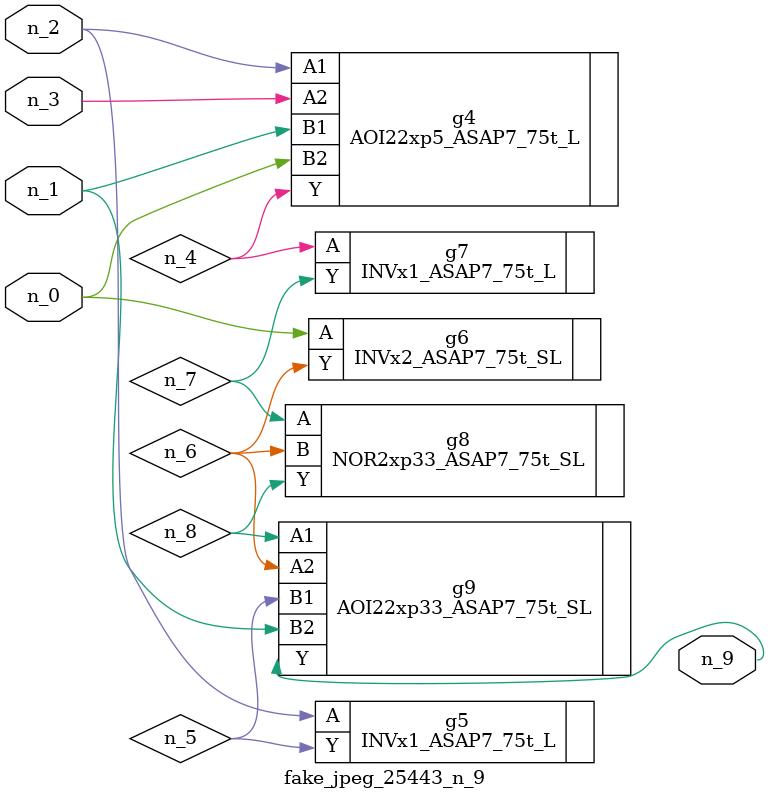
<source format=v>
module fake_jpeg_25443_n_9 (n_0, n_3, n_2, n_1, n_9);

input n_0;
input n_3;
input n_2;
input n_1;

output n_9;

wire n_4;
wire n_8;
wire n_6;
wire n_5;
wire n_7;

AOI22xp5_ASAP7_75t_L g4 ( 
.A1(n_2),
.A2(n_3),
.B1(n_1),
.B2(n_0),
.Y(n_4)
);

INVx1_ASAP7_75t_L g5 ( 
.A(n_2),
.Y(n_5)
);

INVx2_ASAP7_75t_SL g6 ( 
.A(n_0),
.Y(n_6)
);

INVx1_ASAP7_75t_L g7 ( 
.A(n_4),
.Y(n_7)
);

NOR2xp33_ASAP7_75t_SL g8 ( 
.A(n_7),
.B(n_6),
.Y(n_8)
);

AOI22xp33_ASAP7_75t_SL g9 ( 
.A1(n_8),
.A2(n_6),
.B1(n_5),
.B2(n_1),
.Y(n_9)
);


endmodule
</source>
